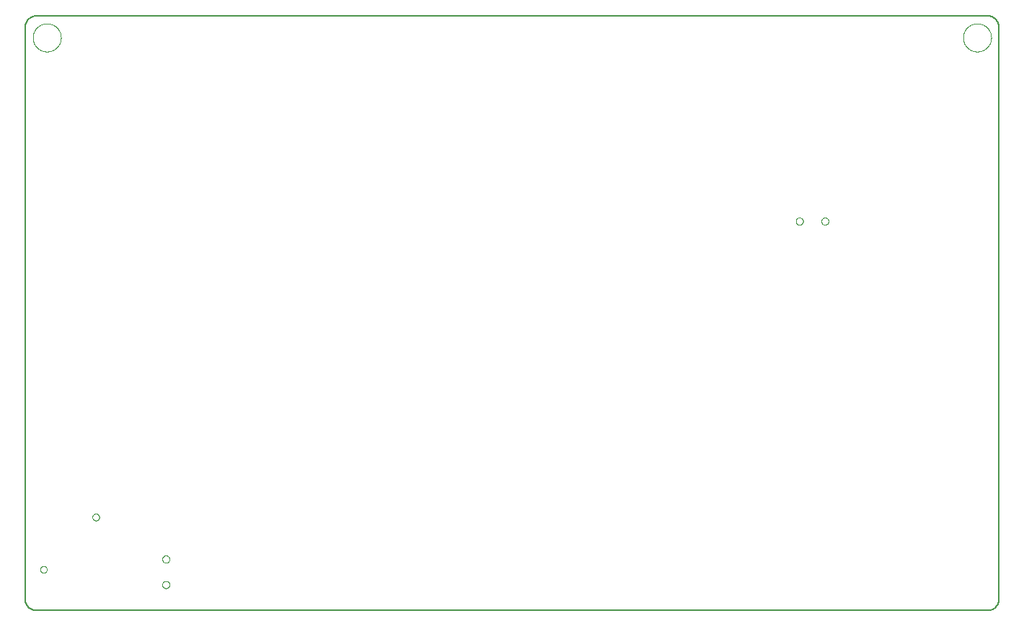
<source format=gko>
G75*
%MOIN*%
%OFA0B0*%
%FSLAX25Y25*%
%IPPOS*%
%LPD*%
%AMOC8*
5,1,8,0,0,1.08239X$1,22.5*
%
%ADD10C,0.00800*%
%ADD11C,0.00000*%
D10*
X0042595Y0306900D02*
X0482595Y0306900D01*
X0482735Y0306902D01*
X0482875Y0306908D01*
X0483015Y0306918D01*
X0483155Y0306931D01*
X0483294Y0306949D01*
X0483433Y0306971D01*
X0483570Y0306996D01*
X0483708Y0307025D01*
X0483844Y0307058D01*
X0483979Y0307095D01*
X0484113Y0307136D01*
X0484246Y0307181D01*
X0484378Y0307229D01*
X0484508Y0307281D01*
X0484637Y0307336D01*
X0484764Y0307395D01*
X0484890Y0307458D01*
X0485014Y0307524D01*
X0485135Y0307593D01*
X0485255Y0307666D01*
X0485373Y0307743D01*
X0485488Y0307822D01*
X0485602Y0307905D01*
X0485712Y0307991D01*
X0485821Y0308080D01*
X0485927Y0308172D01*
X0486030Y0308267D01*
X0486131Y0308364D01*
X0486228Y0308465D01*
X0486323Y0308568D01*
X0486415Y0308674D01*
X0486504Y0308783D01*
X0486590Y0308893D01*
X0486673Y0309007D01*
X0486752Y0309122D01*
X0486829Y0309240D01*
X0486902Y0309360D01*
X0486971Y0309481D01*
X0487037Y0309605D01*
X0487100Y0309731D01*
X0487159Y0309858D01*
X0487214Y0309987D01*
X0487266Y0310117D01*
X0487314Y0310249D01*
X0487359Y0310382D01*
X0487400Y0310516D01*
X0487437Y0310651D01*
X0487470Y0310787D01*
X0487499Y0310925D01*
X0487524Y0311062D01*
X0487546Y0311201D01*
X0487564Y0311340D01*
X0487577Y0311480D01*
X0487587Y0311620D01*
X0487593Y0311760D01*
X0487595Y0311900D01*
X0487595Y0576900D01*
X0487593Y0577040D01*
X0487587Y0577180D01*
X0487577Y0577320D01*
X0487564Y0577460D01*
X0487546Y0577599D01*
X0487524Y0577738D01*
X0487499Y0577875D01*
X0487470Y0578013D01*
X0487437Y0578149D01*
X0487400Y0578284D01*
X0487359Y0578418D01*
X0487314Y0578551D01*
X0487266Y0578683D01*
X0487214Y0578813D01*
X0487159Y0578942D01*
X0487100Y0579069D01*
X0487037Y0579195D01*
X0486971Y0579319D01*
X0486902Y0579440D01*
X0486829Y0579560D01*
X0486752Y0579678D01*
X0486673Y0579793D01*
X0486590Y0579907D01*
X0486504Y0580017D01*
X0486415Y0580126D01*
X0486323Y0580232D01*
X0486228Y0580335D01*
X0486131Y0580436D01*
X0486030Y0580533D01*
X0485927Y0580628D01*
X0485821Y0580720D01*
X0485712Y0580809D01*
X0485602Y0580895D01*
X0485488Y0580978D01*
X0485373Y0581057D01*
X0485255Y0581134D01*
X0485135Y0581207D01*
X0485014Y0581276D01*
X0484890Y0581342D01*
X0484764Y0581405D01*
X0484637Y0581464D01*
X0484508Y0581519D01*
X0484378Y0581571D01*
X0484246Y0581619D01*
X0484113Y0581664D01*
X0483979Y0581705D01*
X0483844Y0581742D01*
X0483708Y0581775D01*
X0483570Y0581804D01*
X0483433Y0581829D01*
X0483294Y0581851D01*
X0483155Y0581869D01*
X0483015Y0581882D01*
X0482875Y0581892D01*
X0482735Y0581898D01*
X0482595Y0581900D01*
X0042595Y0581900D01*
X0042455Y0581898D01*
X0042315Y0581892D01*
X0042175Y0581882D01*
X0042035Y0581869D01*
X0041896Y0581851D01*
X0041757Y0581829D01*
X0041620Y0581804D01*
X0041482Y0581775D01*
X0041346Y0581742D01*
X0041211Y0581705D01*
X0041077Y0581664D01*
X0040944Y0581619D01*
X0040812Y0581571D01*
X0040682Y0581519D01*
X0040553Y0581464D01*
X0040426Y0581405D01*
X0040300Y0581342D01*
X0040176Y0581276D01*
X0040055Y0581207D01*
X0039935Y0581134D01*
X0039817Y0581057D01*
X0039702Y0580978D01*
X0039588Y0580895D01*
X0039478Y0580809D01*
X0039369Y0580720D01*
X0039263Y0580628D01*
X0039160Y0580533D01*
X0039059Y0580436D01*
X0038962Y0580335D01*
X0038867Y0580232D01*
X0038775Y0580126D01*
X0038686Y0580017D01*
X0038600Y0579907D01*
X0038517Y0579793D01*
X0038438Y0579678D01*
X0038361Y0579560D01*
X0038288Y0579440D01*
X0038219Y0579319D01*
X0038153Y0579195D01*
X0038090Y0579069D01*
X0038031Y0578942D01*
X0037976Y0578813D01*
X0037924Y0578683D01*
X0037876Y0578551D01*
X0037831Y0578418D01*
X0037790Y0578284D01*
X0037753Y0578149D01*
X0037720Y0578013D01*
X0037691Y0577875D01*
X0037666Y0577738D01*
X0037644Y0577599D01*
X0037626Y0577460D01*
X0037613Y0577320D01*
X0037603Y0577180D01*
X0037597Y0577040D01*
X0037595Y0576900D01*
X0037595Y0311900D01*
X0037597Y0311760D01*
X0037603Y0311620D01*
X0037613Y0311480D01*
X0037626Y0311340D01*
X0037644Y0311201D01*
X0037666Y0311062D01*
X0037691Y0310925D01*
X0037720Y0310787D01*
X0037753Y0310651D01*
X0037790Y0310516D01*
X0037831Y0310382D01*
X0037876Y0310249D01*
X0037924Y0310117D01*
X0037976Y0309987D01*
X0038031Y0309858D01*
X0038090Y0309731D01*
X0038153Y0309605D01*
X0038219Y0309481D01*
X0038288Y0309360D01*
X0038361Y0309240D01*
X0038438Y0309122D01*
X0038517Y0309007D01*
X0038600Y0308893D01*
X0038686Y0308783D01*
X0038775Y0308674D01*
X0038867Y0308568D01*
X0038962Y0308465D01*
X0039059Y0308364D01*
X0039160Y0308267D01*
X0039263Y0308172D01*
X0039369Y0308080D01*
X0039478Y0307991D01*
X0039588Y0307905D01*
X0039702Y0307822D01*
X0039817Y0307743D01*
X0039935Y0307666D01*
X0040055Y0307593D01*
X0040176Y0307524D01*
X0040300Y0307458D01*
X0040426Y0307395D01*
X0040553Y0307336D01*
X0040682Y0307281D01*
X0040812Y0307229D01*
X0040944Y0307181D01*
X0041077Y0307136D01*
X0041211Y0307095D01*
X0041346Y0307058D01*
X0041482Y0307025D01*
X0041620Y0306996D01*
X0041757Y0306971D01*
X0041896Y0306949D01*
X0042035Y0306931D01*
X0042175Y0306918D01*
X0042315Y0306908D01*
X0042455Y0306902D01*
X0042595Y0306900D01*
D11*
X0044436Y0325778D02*
X0044438Y0325857D01*
X0044444Y0325936D01*
X0044454Y0326015D01*
X0044468Y0326093D01*
X0044485Y0326170D01*
X0044507Y0326246D01*
X0044532Y0326321D01*
X0044562Y0326394D01*
X0044594Y0326466D01*
X0044631Y0326537D01*
X0044671Y0326605D01*
X0044714Y0326671D01*
X0044760Y0326735D01*
X0044810Y0326797D01*
X0044863Y0326856D01*
X0044918Y0326912D01*
X0044977Y0326966D01*
X0045038Y0327016D01*
X0045101Y0327064D01*
X0045167Y0327108D01*
X0045235Y0327149D01*
X0045305Y0327186D01*
X0045376Y0327220D01*
X0045450Y0327250D01*
X0045524Y0327276D01*
X0045600Y0327298D01*
X0045677Y0327317D01*
X0045755Y0327332D01*
X0045833Y0327343D01*
X0045912Y0327350D01*
X0045991Y0327353D01*
X0046070Y0327352D01*
X0046149Y0327347D01*
X0046228Y0327338D01*
X0046306Y0327325D01*
X0046383Y0327308D01*
X0046460Y0327288D01*
X0046535Y0327263D01*
X0046609Y0327235D01*
X0046682Y0327203D01*
X0046752Y0327168D01*
X0046821Y0327129D01*
X0046888Y0327086D01*
X0046953Y0327040D01*
X0047015Y0326992D01*
X0047075Y0326940D01*
X0047132Y0326885D01*
X0047186Y0326827D01*
X0047237Y0326767D01*
X0047285Y0326704D01*
X0047330Y0326639D01*
X0047372Y0326571D01*
X0047410Y0326502D01*
X0047444Y0326431D01*
X0047475Y0326358D01*
X0047503Y0326283D01*
X0047526Y0326208D01*
X0047546Y0326131D01*
X0047562Y0326054D01*
X0047574Y0325975D01*
X0047582Y0325897D01*
X0047586Y0325818D01*
X0047586Y0325738D01*
X0047582Y0325659D01*
X0047574Y0325581D01*
X0047562Y0325502D01*
X0047546Y0325425D01*
X0047526Y0325348D01*
X0047503Y0325273D01*
X0047475Y0325198D01*
X0047444Y0325125D01*
X0047410Y0325054D01*
X0047372Y0324985D01*
X0047330Y0324917D01*
X0047285Y0324852D01*
X0047237Y0324789D01*
X0047186Y0324729D01*
X0047132Y0324671D01*
X0047075Y0324616D01*
X0047015Y0324564D01*
X0046953Y0324516D01*
X0046888Y0324470D01*
X0046821Y0324427D01*
X0046752Y0324388D01*
X0046682Y0324353D01*
X0046609Y0324321D01*
X0046535Y0324293D01*
X0046460Y0324268D01*
X0046383Y0324248D01*
X0046306Y0324231D01*
X0046228Y0324218D01*
X0046149Y0324209D01*
X0046070Y0324204D01*
X0045991Y0324203D01*
X0045912Y0324206D01*
X0045833Y0324213D01*
X0045755Y0324224D01*
X0045677Y0324239D01*
X0045600Y0324258D01*
X0045524Y0324280D01*
X0045450Y0324306D01*
X0045376Y0324336D01*
X0045305Y0324370D01*
X0045235Y0324407D01*
X0045167Y0324448D01*
X0045101Y0324492D01*
X0045038Y0324540D01*
X0044977Y0324590D01*
X0044918Y0324644D01*
X0044863Y0324700D01*
X0044810Y0324759D01*
X0044760Y0324821D01*
X0044714Y0324885D01*
X0044671Y0324951D01*
X0044631Y0325019D01*
X0044594Y0325090D01*
X0044562Y0325162D01*
X0044532Y0325235D01*
X0044507Y0325310D01*
X0044485Y0325386D01*
X0044468Y0325463D01*
X0044454Y0325541D01*
X0044444Y0325620D01*
X0044438Y0325699D01*
X0044436Y0325778D01*
X0068649Y0349991D02*
X0068651Y0350070D01*
X0068657Y0350149D01*
X0068667Y0350228D01*
X0068681Y0350306D01*
X0068698Y0350383D01*
X0068720Y0350459D01*
X0068745Y0350534D01*
X0068775Y0350607D01*
X0068807Y0350679D01*
X0068844Y0350750D01*
X0068884Y0350818D01*
X0068927Y0350884D01*
X0068973Y0350948D01*
X0069023Y0351010D01*
X0069076Y0351069D01*
X0069131Y0351125D01*
X0069190Y0351179D01*
X0069251Y0351229D01*
X0069314Y0351277D01*
X0069380Y0351321D01*
X0069448Y0351362D01*
X0069518Y0351399D01*
X0069589Y0351433D01*
X0069663Y0351463D01*
X0069737Y0351489D01*
X0069813Y0351511D01*
X0069890Y0351530D01*
X0069968Y0351545D01*
X0070046Y0351556D01*
X0070125Y0351563D01*
X0070204Y0351566D01*
X0070283Y0351565D01*
X0070362Y0351560D01*
X0070441Y0351551D01*
X0070519Y0351538D01*
X0070596Y0351521D01*
X0070673Y0351501D01*
X0070748Y0351476D01*
X0070822Y0351448D01*
X0070895Y0351416D01*
X0070965Y0351381D01*
X0071034Y0351342D01*
X0071101Y0351299D01*
X0071166Y0351253D01*
X0071228Y0351205D01*
X0071288Y0351153D01*
X0071345Y0351098D01*
X0071399Y0351040D01*
X0071450Y0350980D01*
X0071498Y0350917D01*
X0071543Y0350852D01*
X0071585Y0350784D01*
X0071623Y0350715D01*
X0071657Y0350644D01*
X0071688Y0350571D01*
X0071716Y0350496D01*
X0071739Y0350421D01*
X0071759Y0350344D01*
X0071775Y0350267D01*
X0071787Y0350188D01*
X0071795Y0350110D01*
X0071799Y0350031D01*
X0071799Y0349951D01*
X0071795Y0349872D01*
X0071787Y0349794D01*
X0071775Y0349715D01*
X0071759Y0349638D01*
X0071739Y0349561D01*
X0071716Y0349486D01*
X0071688Y0349411D01*
X0071657Y0349338D01*
X0071623Y0349267D01*
X0071585Y0349198D01*
X0071543Y0349130D01*
X0071498Y0349065D01*
X0071450Y0349002D01*
X0071399Y0348942D01*
X0071345Y0348884D01*
X0071288Y0348829D01*
X0071228Y0348777D01*
X0071166Y0348729D01*
X0071101Y0348683D01*
X0071034Y0348640D01*
X0070965Y0348601D01*
X0070895Y0348566D01*
X0070822Y0348534D01*
X0070748Y0348506D01*
X0070673Y0348481D01*
X0070596Y0348461D01*
X0070519Y0348444D01*
X0070441Y0348431D01*
X0070362Y0348422D01*
X0070283Y0348417D01*
X0070204Y0348416D01*
X0070125Y0348419D01*
X0070046Y0348426D01*
X0069968Y0348437D01*
X0069890Y0348452D01*
X0069813Y0348471D01*
X0069737Y0348493D01*
X0069663Y0348519D01*
X0069589Y0348549D01*
X0069518Y0348583D01*
X0069448Y0348620D01*
X0069380Y0348661D01*
X0069314Y0348705D01*
X0069251Y0348753D01*
X0069190Y0348803D01*
X0069131Y0348857D01*
X0069076Y0348913D01*
X0069023Y0348972D01*
X0068973Y0349034D01*
X0068927Y0349098D01*
X0068884Y0349164D01*
X0068844Y0349232D01*
X0068807Y0349303D01*
X0068775Y0349375D01*
X0068745Y0349448D01*
X0068720Y0349523D01*
X0068698Y0349599D01*
X0068681Y0349676D01*
X0068667Y0349754D01*
X0068657Y0349833D01*
X0068651Y0349912D01*
X0068649Y0349991D01*
X0100943Y0330542D02*
X0100945Y0330623D01*
X0100951Y0330705D01*
X0100961Y0330786D01*
X0100975Y0330866D01*
X0100992Y0330945D01*
X0101014Y0331024D01*
X0101039Y0331101D01*
X0101068Y0331178D01*
X0101101Y0331252D01*
X0101138Y0331325D01*
X0101177Y0331396D01*
X0101221Y0331465D01*
X0101267Y0331532D01*
X0101317Y0331596D01*
X0101370Y0331658D01*
X0101426Y0331718D01*
X0101484Y0331774D01*
X0101546Y0331828D01*
X0101610Y0331879D01*
X0101676Y0331926D01*
X0101744Y0331970D01*
X0101815Y0332011D01*
X0101887Y0332048D01*
X0101962Y0332082D01*
X0102037Y0332112D01*
X0102115Y0332138D01*
X0102193Y0332161D01*
X0102272Y0332179D01*
X0102352Y0332194D01*
X0102433Y0332205D01*
X0102514Y0332212D01*
X0102596Y0332215D01*
X0102677Y0332214D01*
X0102758Y0332209D01*
X0102839Y0332200D01*
X0102920Y0332187D01*
X0103000Y0332170D01*
X0103078Y0332150D01*
X0103156Y0332125D01*
X0103233Y0332097D01*
X0103308Y0332065D01*
X0103381Y0332030D01*
X0103452Y0331991D01*
X0103522Y0331948D01*
X0103589Y0331903D01*
X0103655Y0331854D01*
X0103717Y0331802D01*
X0103777Y0331746D01*
X0103834Y0331688D01*
X0103889Y0331628D01*
X0103940Y0331564D01*
X0103988Y0331499D01*
X0104033Y0331431D01*
X0104075Y0331361D01*
X0104113Y0331289D01*
X0104148Y0331215D01*
X0104179Y0331140D01*
X0104206Y0331063D01*
X0104229Y0330985D01*
X0104249Y0330906D01*
X0104265Y0330826D01*
X0104277Y0330745D01*
X0104285Y0330664D01*
X0104289Y0330583D01*
X0104289Y0330501D01*
X0104285Y0330420D01*
X0104277Y0330339D01*
X0104265Y0330258D01*
X0104249Y0330178D01*
X0104229Y0330099D01*
X0104206Y0330021D01*
X0104179Y0329944D01*
X0104148Y0329869D01*
X0104113Y0329795D01*
X0104075Y0329723D01*
X0104033Y0329653D01*
X0103988Y0329585D01*
X0103940Y0329520D01*
X0103889Y0329456D01*
X0103834Y0329396D01*
X0103777Y0329338D01*
X0103717Y0329282D01*
X0103655Y0329230D01*
X0103589Y0329181D01*
X0103522Y0329136D01*
X0103453Y0329093D01*
X0103381Y0329054D01*
X0103308Y0329019D01*
X0103233Y0328987D01*
X0103156Y0328959D01*
X0103078Y0328934D01*
X0103000Y0328914D01*
X0102920Y0328897D01*
X0102839Y0328884D01*
X0102758Y0328875D01*
X0102677Y0328870D01*
X0102596Y0328869D01*
X0102514Y0328872D01*
X0102433Y0328879D01*
X0102352Y0328890D01*
X0102272Y0328905D01*
X0102193Y0328923D01*
X0102115Y0328946D01*
X0102037Y0328972D01*
X0101962Y0329002D01*
X0101887Y0329036D01*
X0101815Y0329073D01*
X0101744Y0329114D01*
X0101676Y0329158D01*
X0101610Y0329205D01*
X0101546Y0329256D01*
X0101484Y0329310D01*
X0101426Y0329366D01*
X0101370Y0329426D01*
X0101317Y0329488D01*
X0101267Y0329552D01*
X0101221Y0329619D01*
X0101177Y0329688D01*
X0101138Y0329759D01*
X0101101Y0329832D01*
X0101068Y0329906D01*
X0101039Y0329983D01*
X0101014Y0330060D01*
X0100992Y0330139D01*
X0100975Y0330218D01*
X0100961Y0330298D01*
X0100951Y0330379D01*
X0100945Y0330461D01*
X0100943Y0330542D01*
X0100943Y0318731D02*
X0100945Y0318812D01*
X0100951Y0318894D01*
X0100961Y0318975D01*
X0100975Y0319055D01*
X0100992Y0319134D01*
X0101014Y0319213D01*
X0101039Y0319290D01*
X0101068Y0319367D01*
X0101101Y0319441D01*
X0101138Y0319514D01*
X0101177Y0319585D01*
X0101221Y0319654D01*
X0101267Y0319721D01*
X0101317Y0319785D01*
X0101370Y0319847D01*
X0101426Y0319907D01*
X0101484Y0319963D01*
X0101546Y0320017D01*
X0101610Y0320068D01*
X0101676Y0320115D01*
X0101744Y0320159D01*
X0101815Y0320200D01*
X0101887Y0320237D01*
X0101962Y0320271D01*
X0102037Y0320301D01*
X0102115Y0320327D01*
X0102193Y0320350D01*
X0102272Y0320368D01*
X0102352Y0320383D01*
X0102433Y0320394D01*
X0102514Y0320401D01*
X0102596Y0320404D01*
X0102677Y0320403D01*
X0102758Y0320398D01*
X0102839Y0320389D01*
X0102920Y0320376D01*
X0103000Y0320359D01*
X0103078Y0320339D01*
X0103156Y0320314D01*
X0103233Y0320286D01*
X0103308Y0320254D01*
X0103381Y0320219D01*
X0103452Y0320180D01*
X0103522Y0320137D01*
X0103589Y0320092D01*
X0103655Y0320043D01*
X0103717Y0319991D01*
X0103777Y0319935D01*
X0103834Y0319877D01*
X0103889Y0319817D01*
X0103940Y0319753D01*
X0103988Y0319688D01*
X0104033Y0319620D01*
X0104075Y0319550D01*
X0104113Y0319478D01*
X0104148Y0319404D01*
X0104179Y0319329D01*
X0104206Y0319252D01*
X0104229Y0319174D01*
X0104249Y0319095D01*
X0104265Y0319015D01*
X0104277Y0318934D01*
X0104285Y0318853D01*
X0104289Y0318772D01*
X0104289Y0318690D01*
X0104285Y0318609D01*
X0104277Y0318528D01*
X0104265Y0318447D01*
X0104249Y0318367D01*
X0104229Y0318288D01*
X0104206Y0318210D01*
X0104179Y0318133D01*
X0104148Y0318058D01*
X0104113Y0317984D01*
X0104075Y0317912D01*
X0104033Y0317842D01*
X0103988Y0317774D01*
X0103940Y0317709D01*
X0103889Y0317645D01*
X0103834Y0317585D01*
X0103777Y0317527D01*
X0103717Y0317471D01*
X0103655Y0317419D01*
X0103589Y0317370D01*
X0103522Y0317325D01*
X0103453Y0317282D01*
X0103381Y0317243D01*
X0103308Y0317208D01*
X0103233Y0317176D01*
X0103156Y0317148D01*
X0103078Y0317123D01*
X0103000Y0317103D01*
X0102920Y0317086D01*
X0102839Y0317073D01*
X0102758Y0317064D01*
X0102677Y0317059D01*
X0102596Y0317058D01*
X0102514Y0317061D01*
X0102433Y0317068D01*
X0102352Y0317079D01*
X0102272Y0317094D01*
X0102193Y0317112D01*
X0102115Y0317135D01*
X0102037Y0317161D01*
X0101962Y0317191D01*
X0101887Y0317225D01*
X0101815Y0317262D01*
X0101744Y0317303D01*
X0101676Y0317347D01*
X0101610Y0317394D01*
X0101546Y0317445D01*
X0101484Y0317499D01*
X0101426Y0317555D01*
X0101370Y0317615D01*
X0101317Y0317677D01*
X0101267Y0317741D01*
X0101221Y0317808D01*
X0101177Y0317877D01*
X0101138Y0317948D01*
X0101101Y0318021D01*
X0101068Y0318095D01*
X0101039Y0318172D01*
X0101014Y0318249D01*
X0100992Y0318328D01*
X0100975Y0318407D01*
X0100961Y0318487D01*
X0100951Y0318568D01*
X0100945Y0318650D01*
X0100943Y0318731D01*
X0041095Y0571900D02*
X0041097Y0572061D01*
X0041103Y0572221D01*
X0041113Y0572382D01*
X0041127Y0572542D01*
X0041145Y0572702D01*
X0041166Y0572861D01*
X0041192Y0573020D01*
X0041222Y0573178D01*
X0041255Y0573335D01*
X0041293Y0573492D01*
X0041334Y0573647D01*
X0041379Y0573801D01*
X0041428Y0573954D01*
X0041481Y0574106D01*
X0041537Y0574257D01*
X0041598Y0574406D01*
X0041661Y0574554D01*
X0041729Y0574700D01*
X0041800Y0574844D01*
X0041874Y0574986D01*
X0041952Y0575127D01*
X0042034Y0575265D01*
X0042119Y0575402D01*
X0042207Y0575536D01*
X0042299Y0575668D01*
X0042394Y0575798D01*
X0042492Y0575926D01*
X0042593Y0576051D01*
X0042697Y0576173D01*
X0042804Y0576293D01*
X0042914Y0576410D01*
X0043027Y0576525D01*
X0043143Y0576636D01*
X0043262Y0576745D01*
X0043383Y0576850D01*
X0043507Y0576953D01*
X0043633Y0577053D01*
X0043761Y0577149D01*
X0043892Y0577242D01*
X0044026Y0577332D01*
X0044161Y0577419D01*
X0044299Y0577502D01*
X0044438Y0577582D01*
X0044580Y0577658D01*
X0044723Y0577731D01*
X0044868Y0577800D01*
X0045015Y0577866D01*
X0045163Y0577928D01*
X0045313Y0577986D01*
X0045464Y0578041D01*
X0045617Y0578092D01*
X0045771Y0578139D01*
X0045926Y0578182D01*
X0046082Y0578221D01*
X0046238Y0578257D01*
X0046396Y0578288D01*
X0046554Y0578316D01*
X0046713Y0578340D01*
X0046873Y0578360D01*
X0047033Y0578376D01*
X0047193Y0578388D01*
X0047354Y0578396D01*
X0047515Y0578400D01*
X0047675Y0578400D01*
X0047836Y0578396D01*
X0047997Y0578388D01*
X0048157Y0578376D01*
X0048317Y0578360D01*
X0048477Y0578340D01*
X0048636Y0578316D01*
X0048794Y0578288D01*
X0048952Y0578257D01*
X0049108Y0578221D01*
X0049264Y0578182D01*
X0049419Y0578139D01*
X0049573Y0578092D01*
X0049726Y0578041D01*
X0049877Y0577986D01*
X0050027Y0577928D01*
X0050175Y0577866D01*
X0050322Y0577800D01*
X0050467Y0577731D01*
X0050610Y0577658D01*
X0050752Y0577582D01*
X0050891Y0577502D01*
X0051029Y0577419D01*
X0051164Y0577332D01*
X0051298Y0577242D01*
X0051429Y0577149D01*
X0051557Y0577053D01*
X0051683Y0576953D01*
X0051807Y0576850D01*
X0051928Y0576745D01*
X0052047Y0576636D01*
X0052163Y0576525D01*
X0052276Y0576410D01*
X0052386Y0576293D01*
X0052493Y0576173D01*
X0052597Y0576051D01*
X0052698Y0575926D01*
X0052796Y0575798D01*
X0052891Y0575668D01*
X0052983Y0575536D01*
X0053071Y0575402D01*
X0053156Y0575265D01*
X0053238Y0575127D01*
X0053316Y0574986D01*
X0053390Y0574844D01*
X0053461Y0574700D01*
X0053529Y0574554D01*
X0053592Y0574406D01*
X0053653Y0574257D01*
X0053709Y0574106D01*
X0053762Y0573954D01*
X0053811Y0573801D01*
X0053856Y0573647D01*
X0053897Y0573492D01*
X0053935Y0573335D01*
X0053968Y0573178D01*
X0053998Y0573020D01*
X0054024Y0572861D01*
X0054045Y0572702D01*
X0054063Y0572542D01*
X0054077Y0572382D01*
X0054087Y0572221D01*
X0054093Y0572061D01*
X0054095Y0571900D01*
X0054093Y0571739D01*
X0054087Y0571579D01*
X0054077Y0571418D01*
X0054063Y0571258D01*
X0054045Y0571098D01*
X0054024Y0570939D01*
X0053998Y0570780D01*
X0053968Y0570622D01*
X0053935Y0570465D01*
X0053897Y0570308D01*
X0053856Y0570153D01*
X0053811Y0569999D01*
X0053762Y0569846D01*
X0053709Y0569694D01*
X0053653Y0569543D01*
X0053592Y0569394D01*
X0053529Y0569246D01*
X0053461Y0569100D01*
X0053390Y0568956D01*
X0053316Y0568814D01*
X0053238Y0568673D01*
X0053156Y0568535D01*
X0053071Y0568398D01*
X0052983Y0568264D01*
X0052891Y0568132D01*
X0052796Y0568002D01*
X0052698Y0567874D01*
X0052597Y0567749D01*
X0052493Y0567627D01*
X0052386Y0567507D01*
X0052276Y0567390D01*
X0052163Y0567275D01*
X0052047Y0567164D01*
X0051928Y0567055D01*
X0051807Y0566950D01*
X0051683Y0566847D01*
X0051557Y0566747D01*
X0051429Y0566651D01*
X0051298Y0566558D01*
X0051164Y0566468D01*
X0051029Y0566381D01*
X0050891Y0566298D01*
X0050752Y0566218D01*
X0050610Y0566142D01*
X0050467Y0566069D01*
X0050322Y0566000D01*
X0050175Y0565934D01*
X0050027Y0565872D01*
X0049877Y0565814D01*
X0049726Y0565759D01*
X0049573Y0565708D01*
X0049419Y0565661D01*
X0049264Y0565618D01*
X0049108Y0565579D01*
X0048952Y0565543D01*
X0048794Y0565512D01*
X0048636Y0565484D01*
X0048477Y0565460D01*
X0048317Y0565440D01*
X0048157Y0565424D01*
X0047997Y0565412D01*
X0047836Y0565404D01*
X0047675Y0565400D01*
X0047515Y0565400D01*
X0047354Y0565404D01*
X0047193Y0565412D01*
X0047033Y0565424D01*
X0046873Y0565440D01*
X0046713Y0565460D01*
X0046554Y0565484D01*
X0046396Y0565512D01*
X0046238Y0565543D01*
X0046082Y0565579D01*
X0045926Y0565618D01*
X0045771Y0565661D01*
X0045617Y0565708D01*
X0045464Y0565759D01*
X0045313Y0565814D01*
X0045163Y0565872D01*
X0045015Y0565934D01*
X0044868Y0566000D01*
X0044723Y0566069D01*
X0044580Y0566142D01*
X0044438Y0566218D01*
X0044299Y0566298D01*
X0044161Y0566381D01*
X0044026Y0566468D01*
X0043892Y0566558D01*
X0043761Y0566651D01*
X0043633Y0566747D01*
X0043507Y0566847D01*
X0043383Y0566950D01*
X0043262Y0567055D01*
X0043143Y0567164D01*
X0043027Y0567275D01*
X0042914Y0567390D01*
X0042804Y0567507D01*
X0042697Y0567627D01*
X0042593Y0567749D01*
X0042492Y0567874D01*
X0042394Y0568002D01*
X0042299Y0568132D01*
X0042207Y0568264D01*
X0042119Y0568398D01*
X0042034Y0568535D01*
X0041952Y0568673D01*
X0041874Y0568814D01*
X0041800Y0568956D01*
X0041729Y0569100D01*
X0041661Y0569246D01*
X0041598Y0569394D01*
X0041537Y0569543D01*
X0041481Y0569694D01*
X0041428Y0569846D01*
X0041379Y0569999D01*
X0041334Y0570153D01*
X0041293Y0570308D01*
X0041255Y0570465D01*
X0041222Y0570622D01*
X0041192Y0570780D01*
X0041166Y0570939D01*
X0041145Y0571098D01*
X0041127Y0571258D01*
X0041113Y0571418D01*
X0041103Y0571579D01*
X0041097Y0571739D01*
X0041095Y0571900D01*
X0393767Y0486900D02*
X0393769Y0486981D01*
X0393775Y0487063D01*
X0393785Y0487144D01*
X0393799Y0487224D01*
X0393816Y0487303D01*
X0393838Y0487382D01*
X0393863Y0487459D01*
X0393892Y0487536D01*
X0393925Y0487610D01*
X0393962Y0487683D01*
X0394001Y0487754D01*
X0394045Y0487823D01*
X0394091Y0487890D01*
X0394141Y0487954D01*
X0394194Y0488016D01*
X0394250Y0488076D01*
X0394308Y0488132D01*
X0394370Y0488186D01*
X0394434Y0488237D01*
X0394500Y0488284D01*
X0394568Y0488328D01*
X0394639Y0488369D01*
X0394711Y0488406D01*
X0394786Y0488440D01*
X0394861Y0488470D01*
X0394939Y0488496D01*
X0395017Y0488519D01*
X0395096Y0488537D01*
X0395176Y0488552D01*
X0395257Y0488563D01*
X0395338Y0488570D01*
X0395420Y0488573D01*
X0395501Y0488572D01*
X0395582Y0488567D01*
X0395663Y0488558D01*
X0395744Y0488545D01*
X0395824Y0488528D01*
X0395902Y0488508D01*
X0395980Y0488483D01*
X0396057Y0488455D01*
X0396132Y0488423D01*
X0396205Y0488388D01*
X0396276Y0488349D01*
X0396346Y0488306D01*
X0396413Y0488261D01*
X0396479Y0488212D01*
X0396541Y0488160D01*
X0396601Y0488104D01*
X0396658Y0488046D01*
X0396713Y0487986D01*
X0396764Y0487922D01*
X0396812Y0487857D01*
X0396857Y0487789D01*
X0396899Y0487719D01*
X0396937Y0487647D01*
X0396972Y0487573D01*
X0397003Y0487498D01*
X0397030Y0487421D01*
X0397053Y0487343D01*
X0397073Y0487264D01*
X0397089Y0487184D01*
X0397101Y0487103D01*
X0397109Y0487022D01*
X0397113Y0486941D01*
X0397113Y0486859D01*
X0397109Y0486778D01*
X0397101Y0486697D01*
X0397089Y0486616D01*
X0397073Y0486536D01*
X0397053Y0486457D01*
X0397030Y0486379D01*
X0397003Y0486302D01*
X0396972Y0486227D01*
X0396937Y0486153D01*
X0396899Y0486081D01*
X0396857Y0486011D01*
X0396812Y0485943D01*
X0396764Y0485878D01*
X0396713Y0485814D01*
X0396658Y0485754D01*
X0396601Y0485696D01*
X0396541Y0485640D01*
X0396479Y0485588D01*
X0396413Y0485539D01*
X0396346Y0485494D01*
X0396277Y0485451D01*
X0396205Y0485412D01*
X0396132Y0485377D01*
X0396057Y0485345D01*
X0395980Y0485317D01*
X0395902Y0485292D01*
X0395824Y0485272D01*
X0395744Y0485255D01*
X0395663Y0485242D01*
X0395582Y0485233D01*
X0395501Y0485228D01*
X0395420Y0485227D01*
X0395338Y0485230D01*
X0395257Y0485237D01*
X0395176Y0485248D01*
X0395096Y0485263D01*
X0395017Y0485281D01*
X0394939Y0485304D01*
X0394861Y0485330D01*
X0394786Y0485360D01*
X0394711Y0485394D01*
X0394639Y0485431D01*
X0394568Y0485472D01*
X0394500Y0485516D01*
X0394434Y0485563D01*
X0394370Y0485614D01*
X0394308Y0485668D01*
X0394250Y0485724D01*
X0394194Y0485784D01*
X0394141Y0485846D01*
X0394091Y0485910D01*
X0394045Y0485977D01*
X0394001Y0486046D01*
X0393962Y0486117D01*
X0393925Y0486190D01*
X0393892Y0486264D01*
X0393863Y0486341D01*
X0393838Y0486418D01*
X0393816Y0486497D01*
X0393799Y0486576D01*
X0393785Y0486656D01*
X0393775Y0486737D01*
X0393769Y0486819D01*
X0393767Y0486900D01*
X0405578Y0486900D02*
X0405580Y0486981D01*
X0405586Y0487063D01*
X0405596Y0487144D01*
X0405610Y0487224D01*
X0405627Y0487303D01*
X0405649Y0487382D01*
X0405674Y0487459D01*
X0405703Y0487536D01*
X0405736Y0487610D01*
X0405773Y0487683D01*
X0405812Y0487754D01*
X0405856Y0487823D01*
X0405902Y0487890D01*
X0405952Y0487954D01*
X0406005Y0488016D01*
X0406061Y0488076D01*
X0406119Y0488132D01*
X0406181Y0488186D01*
X0406245Y0488237D01*
X0406311Y0488284D01*
X0406379Y0488328D01*
X0406450Y0488369D01*
X0406522Y0488406D01*
X0406597Y0488440D01*
X0406672Y0488470D01*
X0406750Y0488496D01*
X0406828Y0488519D01*
X0406907Y0488537D01*
X0406987Y0488552D01*
X0407068Y0488563D01*
X0407149Y0488570D01*
X0407231Y0488573D01*
X0407312Y0488572D01*
X0407393Y0488567D01*
X0407474Y0488558D01*
X0407555Y0488545D01*
X0407635Y0488528D01*
X0407713Y0488508D01*
X0407791Y0488483D01*
X0407868Y0488455D01*
X0407943Y0488423D01*
X0408016Y0488388D01*
X0408087Y0488349D01*
X0408157Y0488306D01*
X0408224Y0488261D01*
X0408290Y0488212D01*
X0408352Y0488160D01*
X0408412Y0488104D01*
X0408469Y0488046D01*
X0408524Y0487986D01*
X0408575Y0487922D01*
X0408623Y0487857D01*
X0408668Y0487789D01*
X0408710Y0487719D01*
X0408748Y0487647D01*
X0408783Y0487573D01*
X0408814Y0487498D01*
X0408841Y0487421D01*
X0408864Y0487343D01*
X0408884Y0487264D01*
X0408900Y0487184D01*
X0408912Y0487103D01*
X0408920Y0487022D01*
X0408924Y0486941D01*
X0408924Y0486859D01*
X0408920Y0486778D01*
X0408912Y0486697D01*
X0408900Y0486616D01*
X0408884Y0486536D01*
X0408864Y0486457D01*
X0408841Y0486379D01*
X0408814Y0486302D01*
X0408783Y0486227D01*
X0408748Y0486153D01*
X0408710Y0486081D01*
X0408668Y0486011D01*
X0408623Y0485943D01*
X0408575Y0485878D01*
X0408524Y0485814D01*
X0408469Y0485754D01*
X0408412Y0485696D01*
X0408352Y0485640D01*
X0408290Y0485588D01*
X0408224Y0485539D01*
X0408157Y0485494D01*
X0408088Y0485451D01*
X0408016Y0485412D01*
X0407943Y0485377D01*
X0407868Y0485345D01*
X0407791Y0485317D01*
X0407713Y0485292D01*
X0407635Y0485272D01*
X0407555Y0485255D01*
X0407474Y0485242D01*
X0407393Y0485233D01*
X0407312Y0485228D01*
X0407231Y0485227D01*
X0407149Y0485230D01*
X0407068Y0485237D01*
X0406987Y0485248D01*
X0406907Y0485263D01*
X0406828Y0485281D01*
X0406750Y0485304D01*
X0406672Y0485330D01*
X0406597Y0485360D01*
X0406522Y0485394D01*
X0406450Y0485431D01*
X0406379Y0485472D01*
X0406311Y0485516D01*
X0406245Y0485563D01*
X0406181Y0485614D01*
X0406119Y0485668D01*
X0406061Y0485724D01*
X0406005Y0485784D01*
X0405952Y0485846D01*
X0405902Y0485910D01*
X0405856Y0485977D01*
X0405812Y0486046D01*
X0405773Y0486117D01*
X0405736Y0486190D01*
X0405703Y0486264D01*
X0405674Y0486341D01*
X0405649Y0486418D01*
X0405627Y0486497D01*
X0405610Y0486576D01*
X0405596Y0486656D01*
X0405586Y0486737D01*
X0405580Y0486819D01*
X0405578Y0486900D01*
X0471095Y0571900D02*
X0471097Y0572061D01*
X0471103Y0572221D01*
X0471113Y0572382D01*
X0471127Y0572542D01*
X0471145Y0572702D01*
X0471166Y0572861D01*
X0471192Y0573020D01*
X0471222Y0573178D01*
X0471255Y0573335D01*
X0471293Y0573492D01*
X0471334Y0573647D01*
X0471379Y0573801D01*
X0471428Y0573954D01*
X0471481Y0574106D01*
X0471537Y0574257D01*
X0471598Y0574406D01*
X0471661Y0574554D01*
X0471729Y0574700D01*
X0471800Y0574844D01*
X0471874Y0574986D01*
X0471952Y0575127D01*
X0472034Y0575265D01*
X0472119Y0575402D01*
X0472207Y0575536D01*
X0472299Y0575668D01*
X0472394Y0575798D01*
X0472492Y0575926D01*
X0472593Y0576051D01*
X0472697Y0576173D01*
X0472804Y0576293D01*
X0472914Y0576410D01*
X0473027Y0576525D01*
X0473143Y0576636D01*
X0473262Y0576745D01*
X0473383Y0576850D01*
X0473507Y0576953D01*
X0473633Y0577053D01*
X0473761Y0577149D01*
X0473892Y0577242D01*
X0474026Y0577332D01*
X0474161Y0577419D01*
X0474299Y0577502D01*
X0474438Y0577582D01*
X0474580Y0577658D01*
X0474723Y0577731D01*
X0474868Y0577800D01*
X0475015Y0577866D01*
X0475163Y0577928D01*
X0475313Y0577986D01*
X0475464Y0578041D01*
X0475617Y0578092D01*
X0475771Y0578139D01*
X0475926Y0578182D01*
X0476082Y0578221D01*
X0476238Y0578257D01*
X0476396Y0578288D01*
X0476554Y0578316D01*
X0476713Y0578340D01*
X0476873Y0578360D01*
X0477033Y0578376D01*
X0477193Y0578388D01*
X0477354Y0578396D01*
X0477515Y0578400D01*
X0477675Y0578400D01*
X0477836Y0578396D01*
X0477997Y0578388D01*
X0478157Y0578376D01*
X0478317Y0578360D01*
X0478477Y0578340D01*
X0478636Y0578316D01*
X0478794Y0578288D01*
X0478952Y0578257D01*
X0479108Y0578221D01*
X0479264Y0578182D01*
X0479419Y0578139D01*
X0479573Y0578092D01*
X0479726Y0578041D01*
X0479877Y0577986D01*
X0480027Y0577928D01*
X0480175Y0577866D01*
X0480322Y0577800D01*
X0480467Y0577731D01*
X0480610Y0577658D01*
X0480752Y0577582D01*
X0480891Y0577502D01*
X0481029Y0577419D01*
X0481164Y0577332D01*
X0481298Y0577242D01*
X0481429Y0577149D01*
X0481557Y0577053D01*
X0481683Y0576953D01*
X0481807Y0576850D01*
X0481928Y0576745D01*
X0482047Y0576636D01*
X0482163Y0576525D01*
X0482276Y0576410D01*
X0482386Y0576293D01*
X0482493Y0576173D01*
X0482597Y0576051D01*
X0482698Y0575926D01*
X0482796Y0575798D01*
X0482891Y0575668D01*
X0482983Y0575536D01*
X0483071Y0575402D01*
X0483156Y0575265D01*
X0483238Y0575127D01*
X0483316Y0574986D01*
X0483390Y0574844D01*
X0483461Y0574700D01*
X0483529Y0574554D01*
X0483592Y0574406D01*
X0483653Y0574257D01*
X0483709Y0574106D01*
X0483762Y0573954D01*
X0483811Y0573801D01*
X0483856Y0573647D01*
X0483897Y0573492D01*
X0483935Y0573335D01*
X0483968Y0573178D01*
X0483998Y0573020D01*
X0484024Y0572861D01*
X0484045Y0572702D01*
X0484063Y0572542D01*
X0484077Y0572382D01*
X0484087Y0572221D01*
X0484093Y0572061D01*
X0484095Y0571900D01*
X0484093Y0571739D01*
X0484087Y0571579D01*
X0484077Y0571418D01*
X0484063Y0571258D01*
X0484045Y0571098D01*
X0484024Y0570939D01*
X0483998Y0570780D01*
X0483968Y0570622D01*
X0483935Y0570465D01*
X0483897Y0570308D01*
X0483856Y0570153D01*
X0483811Y0569999D01*
X0483762Y0569846D01*
X0483709Y0569694D01*
X0483653Y0569543D01*
X0483592Y0569394D01*
X0483529Y0569246D01*
X0483461Y0569100D01*
X0483390Y0568956D01*
X0483316Y0568814D01*
X0483238Y0568673D01*
X0483156Y0568535D01*
X0483071Y0568398D01*
X0482983Y0568264D01*
X0482891Y0568132D01*
X0482796Y0568002D01*
X0482698Y0567874D01*
X0482597Y0567749D01*
X0482493Y0567627D01*
X0482386Y0567507D01*
X0482276Y0567390D01*
X0482163Y0567275D01*
X0482047Y0567164D01*
X0481928Y0567055D01*
X0481807Y0566950D01*
X0481683Y0566847D01*
X0481557Y0566747D01*
X0481429Y0566651D01*
X0481298Y0566558D01*
X0481164Y0566468D01*
X0481029Y0566381D01*
X0480891Y0566298D01*
X0480752Y0566218D01*
X0480610Y0566142D01*
X0480467Y0566069D01*
X0480322Y0566000D01*
X0480175Y0565934D01*
X0480027Y0565872D01*
X0479877Y0565814D01*
X0479726Y0565759D01*
X0479573Y0565708D01*
X0479419Y0565661D01*
X0479264Y0565618D01*
X0479108Y0565579D01*
X0478952Y0565543D01*
X0478794Y0565512D01*
X0478636Y0565484D01*
X0478477Y0565460D01*
X0478317Y0565440D01*
X0478157Y0565424D01*
X0477997Y0565412D01*
X0477836Y0565404D01*
X0477675Y0565400D01*
X0477515Y0565400D01*
X0477354Y0565404D01*
X0477193Y0565412D01*
X0477033Y0565424D01*
X0476873Y0565440D01*
X0476713Y0565460D01*
X0476554Y0565484D01*
X0476396Y0565512D01*
X0476238Y0565543D01*
X0476082Y0565579D01*
X0475926Y0565618D01*
X0475771Y0565661D01*
X0475617Y0565708D01*
X0475464Y0565759D01*
X0475313Y0565814D01*
X0475163Y0565872D01*
X0475015Y0565934D01*
X0474868Y0566000D01*
X0474723Y0566069D01*
X0474580Y0566142D01*
X0474438Y0566218D01*
X0474299Y0566298D01*
X0474161Y0566381D01*
X0474026Y0566468D01*
X0473892Y0566558D01*
X0473761Y0566651D01*
X0473633Y0566747D01*
X0473507Y0566847D01*
X0473383Y0566950D01*
X0473262Y0567055D01*
X0473143Y0567164D01*
X0473027Y0567275D01*
X0472914Y0567390D01*
X0472804Y0567507D01*
X0472697Y0567627D01*
X0472593Y0567749D01*
X0472492Y0567874D01*
X0472394Y0568002D01*
X0472299Y0568132D01*
X0472207Y0568264D01*
X0472119Y0568398D01*
X0472034Y0568535D01*
X0471952Y0568673D01*
X0471874Y0568814D01*
X0471800Y0568956D01*
X0471729Y0569100D01*
X0471661Y0569246D01*
X0471598Y0569394D01*
X0471537Y0569543D01*
X0471481Y0569694D01*
X0471428Y0569846D01*
X0471379Y0569999D01*
X0471334Y0570153D01*
X0471293Y0570308D01*
X0471255Y0570465D01*
X0471222Y0570622D01*
X0471192Y0570780D01*
X0471166Y0570939D01*
X0471145Y0571098D01*
X0471127Y0571258D01*
X0471113Y0571418D01*
X0471103Y0571579D01*
X0471097Y0571739D01*
X0471095Y0571900D01*
M02*

</source>
